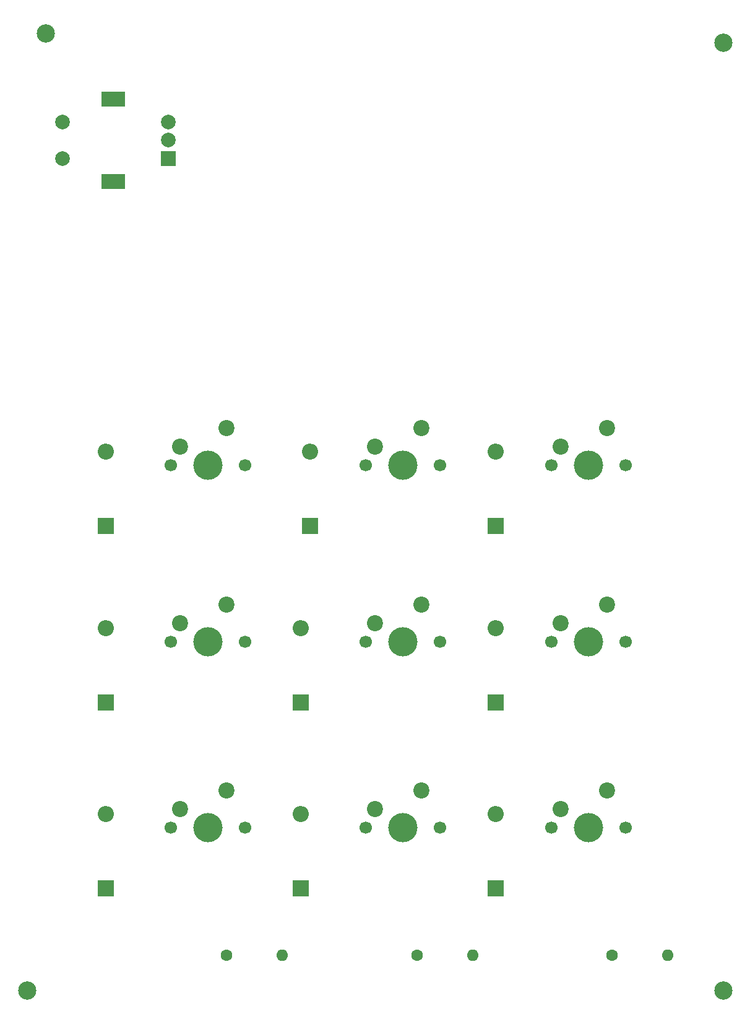
<source format=gbs>
%TF.GenerationSoftware,KiCad,Pcbnew,(6.0.2)*%
%TF.CreationDate,2022-03-12T10:34:22-05:00*%
%TF.ProjectId,macropad,6d616372-6f70-4616-942e-6b696361645f,v0*%
%TF.SameCoordinates,Original*%
%TF.FileFunction,Soldermask,Bot*%
%TF.FilePolarity,Negative*%
%FSLAX46Y46*%
G04 Gerber Fmt 4.6, Leading zero omitted, Abs format (unit mm)*
G04 Created by KiCad (PCBNEW (6.0.2)) date 2022-03-12 10:34:22*
%MOMM*%
%LPD*%
G01*
G04 APERTURE LIST*
%ADD10C,2.500000*%
%ADD11R,2.200000X2.200000*%
%ADD12O,2.200000X2.200000*%
%ADD13C,1.700000*%
%ADD14C,4.000000*%
%ADD15C,2.200000*%
%ADD16C,1.600000*%
%ADD17O,1.600000X1.600000*%
%ADD18R,2.000000X2.000000*%
%ADD19C,2.000000*%
%ADD20R,3.200000X2.000000*%
G04 APERTURE END LIST*
D10*
%TO.C,REF\u002A\u002A*%
X138430000Y-158750000D03*
%TD*%
%TO.C,REF\u002A\u002A*%
X43180000Y-158750000D03*
%TD*%
%TO.C,REF\u002A\u002A*%
X45720000Y-27940000D03*
%TD*%
%TO.C,REF\u002A\u002A*%
X138430000Y-29210000D03*
%TD*%
D11*
%TO.C,D6*%
X80645000Y-144750000D03*
D12*
X80645000Y-134590000D03*
%TD*%
D13*
%TO.C,SW4*%
X62865000Y-136525000D03*
D14*
X67945000Y-136525000D03*
D13*
X73025000Y-136525000D03*
D15*
X70485000Y-131445000D03*
X64135000Y-133985000D03*
%TD*%
D13*
%TO.C,SW7*%
X89535000Y-136525000D03*
X99695000Y-136525000D03*
D14*
X94615000Y-136525000D03*
D15*
X97155000Y-131445000D03*
X90805000Y-133985000D03*
%TD*%
D11*
%TO.C,D8*%
X107315000Y-119350000D03*
D12*
X107315000Y-109190000D03*
%TD*%
D16*
%TO.C,R1*%
X70485000Y-153969453D03*
D17*
X78105000Y-153969453D03*
%TD*%
D11*
%TO.C,D1*%
X53975000Y-95220000D03*
D12*
X53975000Y-85060000D03*
%TD*%
D13*
%TO.C,SW8*%
X125095000Y-86995000D03*
D14*
X120015000Y-86995000D03*
D13*
X114935000Y-86995000D03*
D15*
X122555000Y-81915000D03*
X116205000Y-84455000D03*
%TD*%
D11*
%TO.C,D4*%
X81915000Y-95220000D03*
D12*
X81915000Y-85060000D03*
%TD*%
D18*
%TO.C,SW1*%
X62495000Y-45045000D03*
D19*
X62495000Y-40045000D03*
X62495000Y-42545000D03*
D20*
X54995000Y-36945000D03*
X54995000Y-48145000D03*
D19*
X47995000Y-40045000D03*
X47995000Y-45045000D03*
%TD*%
D11*
%TO.C,D5*%
X80645000Y-119350000D03*
D12*
X80645000Y-109190000D03*
%TD*%
D11*
%TO.C,D7*%
X107315000Y-95220000D03*
D12*
X107315000Y-85060000D03*
%TD*%
D16*
%TO.C,R2*%
X96520000Y-153969453D03*
D17*
X104140000Y-153969453D03*
%TD*%
D11*
%TO.C,D9*%
X107315000Y-144750000D03*
D12*
X107315000Y-134590000D03*
%TD*%
D11*
%TO.C,D2*%
X53975000Y-119350000D03*
D12*
X53975000Y-109190000D03*
%TD*%
D13*
%TO.C,SW2*%
X62865000Y-86995000D03*
D14*
X67945000Y-86995000D03*
D13*
X73025000Y-86995000D03*
D15*
X70485000Y-81915000D03*
X64135000Y-84455000D03*
%TD*%
D13*
%TO.C,SW9*%
X125095000Y-111125000D03*
X114935000Y-111125000D03*
D14*
X120015000Y-111125000D03*
D15*
X122555000Y-106045000D03*
X116205000Y-108585000D03*
%TD*%
D13*
%TO.C,SW3*%
X73025000Y-111125000D03*
X62865000Y-111125000D03*
D14*
X67945000Y-111125000D03*
D15*
X70485000Y-106045000D03*
X64135000Y-108585000D03*
%TD*%
D14*
%TO.C,SW10*%
X120015000Y-136525000D03*
D13*
X125095000Y-136525000D03*
X114935000Y-136525000D03*
D15*
X122555000Y-131445000D03*
X116205000Y-133985000D03*
%TD*%
D13*
%TO.C,SW6*%
X89535000Y-111125000D03*
X99695000Y-111125000D03*
D14*
X94615000Y-111125000D03*
D15*
X97155000Y-106045000D03*
X90805000Y-108585000D03*
%TD*%
D16*
%TO.C,R3*%
X123190000Y-153969453D03*
D17*
X130810000Y-153969453D03*
%TD*%
D14*
%TO.C,SW5*%
X94615000Y-86995000D03*
D13*
X89535000Y-86995000D03*
X99695000Y-86995000D03*
D15*
X97155000Y-81915000D03*
X90805000Y-84455000D03*
%TD*%
D11*
%TO.C,D3*%
X53975000Y-144750000D03*
D12*
X53975000Y-134590000D03*
%TD*%
M02*

</source>
